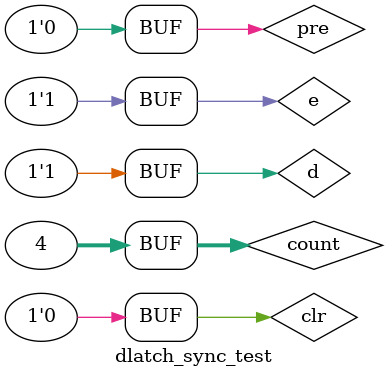
<source format=v>
module dlatch_sync_test; 
reg pre, cr, d, e; 
wire q; 
dl_sync gate(q, pre, clr, d, e); 
integer count; 
initial begin 
pre=0; 
clr=0; 
for (count = 0; count < 4; count = count+1) begin 
{d, e} = count; 
#10; 
end 
end 
endmodule 
</source>
